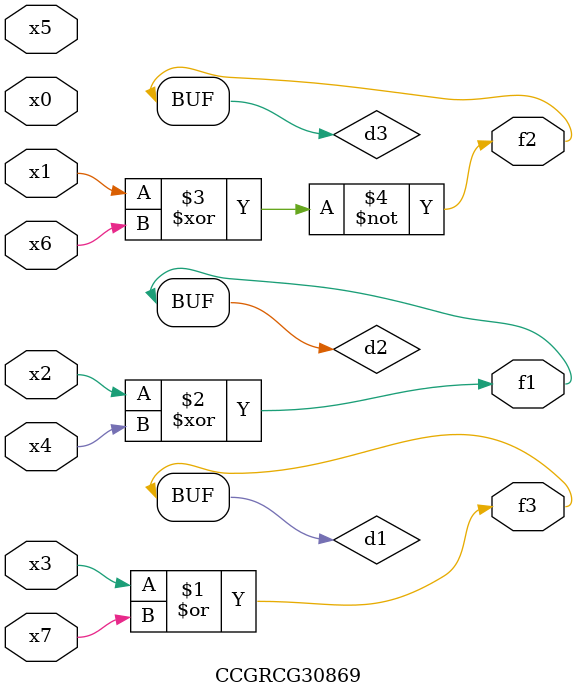
<source format=v>
module CCGRCG30869(
	input x0, x1, x2, x3, x4, x5, x6, x7,
	output f1, f2, f3
);

	wire d1, d2, d3;

	or (d1, x3, x7);
	xor (d2, x2, x4);
	xnor (d3, x1, x6);
	assign f1 = d2;
	assign f2 = d3;
	assign f3 = d1;
endmodule

</source>
